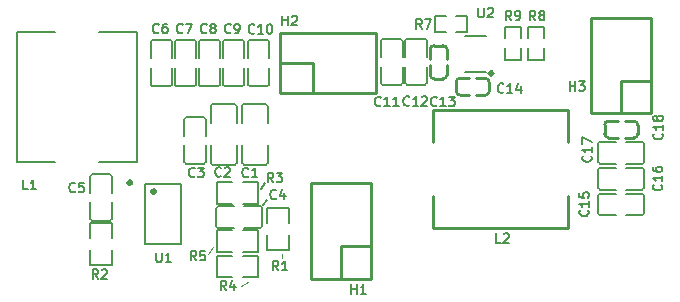
<source format=gto>
%TF.GenerationSoftware,KiCad,Pcbnew,8.0.5*%
%TF.CreationDate,2024-09-28T17:02:44+08:00*%
%TF.ProjectId,DCDC_power_24V-12V-5V,44434443-5f70-46f7-9765-725f3234562d,rev?*%
%TF.SameCoordinates,Original*%
%TF.FileFunction,Legend,Top*%
%TF.FilePolarity,Positive*%
%FSLAX46Y46*%
G04 Gerber Fmt 4.6, Leading zero omitted, Abs format (unit mm)*
G04 Created by KiCad (PCBNEW 8.0.5) date 2024-09-28 17:02:44*
%MOMM*%
%LPD*%
G01*
G04 APERTURE LIST*
%ADD10C,0.150000*%
%ADD11C,0.100000*%
%ADD12C,0.152500*%
%ADD13C,0.254000*%
%ADD14C,0.300000*%
G04 APERTURE END LIST*
D10*
X87344400Y-92922100D02*
X87684400Y-92462100D01*
D11*
X89144400Y-98792100D02*
X89174400Y-98412100D01*
X82924400Y-98422100D02*
X83334400Y-97852100D01*
D10*
X87514067Y-94323183D02*
X87914733Y-93901017D01*
D11*
X86244400Y-100792100D02*
X85664400Y-101122100D01*
D12*
X78705847Y-79679074D02*
X78667751Y-79717170D01*
X78667751Y-79717170D02*
X78553466Y-79755265D01*
X78553466Y-79755265D02*
X78477275Y-79755265D01*
X78477275Y-79755265D02*
X78362989Y-79717170D01*
X78362989Y-79717170D02*
X78286799Y-79640979D01*
X78286799Y-79640979D02*
X78248704Y-79564789D01*
X78248704Y-79564789D02*
X78210608Y-79412408D01*
X78210608Y-79412408D02*
X78210608Y-79298122D01*
X78210608Y-79298122D02*
X78248704Y-79145741D01*
X78248704Y-79145741D02*
X78286799Y-79069550D01*
X78286799Y-79069550D02*
X78362989Y-78993360D01*
X78362989Y-78993360D02*
X78477275Y-78955265D01*
X78477275Y-78955265D02*
X78553466Y-78955265D01*
X78553466Y-78955265D02*
X78667751Y-78993360D01*
X78667751Y-78993360D02*
X78705847Y-79031455D01*
X79391561Y-78955265D02*
X79239180Y-78955265D01*
X79239180Y-78955265D02*
X79162989Y-78993360D01*
X79162989Y-78993360D02*
X79124894Y-79031455D01*
X79124894Y-79031455D02*
X79048704Y-79145741D01*
X79048704Y-79145741D02*
X79010608Y-79298122D01*
X79010608Y-79298122D02*
X79010608Y-79602884D01*
X79010608Y-79602884D02*
X79048704Y-79679074D01*
X79048704Y-79679074D02*
X79086799Y-79717170D01*
X79086799Y-79717170D02*
X79162989Y-79755265D01*
X79162989Y-79755265D02*
X79315370Y-79755265D01*
X79315370Y-79755265D02*
X79391561Y-79717170D01*
X79391561Y-79717170D02*
X79429656Y-79679074D01*
X79429656Y-79679074D02*
X79467751Y-79602884D01*
X79467751Y-79602884D02*
X79467751Y-79412408D01*
X79467751Y-79412408D02*
X79429656Y-79336217D01*
X79429656Y-79336217D02*
X79391561Y-79298122D01*
X79391561Y-79298122D02*
X79315370Y-79260027D01*
X79315370Y-79260027D02*
X79162989Y-79260027D01*
X79162989Y-79260027D02*
X79086799Y-79298122D01*
X79086799Y-79298122D02*
X79048704Y-79336217D01*
X79048704Y-79336217D02*
X79010608Y-79412408D01*
X89175204Y-79096265D02*
X89175204Y-78296265D01*
X89175204Y-78677217D02*
X89632347Y-78677217D01*
X89632347Y-79096265D02*
X89632347Y-78296265D01*
X89975203Y-78372455D02*
X90013299Y-78334360D01*
X90013299Y-78334360D02*
X90089489Y-78296265D01*
X90089489Y-78296265D02*
X90279965Y-78296265D01*
X90279965Y-78296265D02*
X90356156Y-78334360D01*
X90356156Y-78334360D02*
X90394251Y-78372455D01*
X90394251Y-78372455D02*
X90432346Y-78448646D01*
X90432346Y-78448646D02*
X90432346Y-78524836D01*
X90432346Y-78524836D02*
X90394251Y-78639122D01*
X90394251Y-78639122D02*
X89937108Y-79096265D01*
X89937108Y-79096265D02*
X90432346Y-79096265D01*
X101002347Y-79386265D02*
X100735680Y-79005312D01*
X100545204Y-79386265D02*
X100545204Y-78586265D01*
X100545204Y-78586265D02*
X100849966Y-78586265D01*
X100849966Y-78586265D02*
X100926156Y-78624360D01*
X100926156Y-78624360D02*
X100964251Y-78662455D01*
X100964251Y-78662455D02*
X101002347Y-78738646D01*
X101002347Y-78738646D02*
X101002347Y-78852931D01*
X101002347Y-78852931D02*
X100964251Y-78929122D01*
X100964251Y-78929122D02*
X100926156Y-78967217D01*
X100926156Y-78967217D02*
X100849966Y-79005312D01*
X100849966Y-79005312D02*
X100545204Y-79005312D01*
X101269013Y-78586265D02*
X101802347Y-78586265D01*
X101802347Y-78586265D02*
X101459489Y-79386265D01*
X81762347Y-91850074D02*
X81724251Y-91888170D01*
X81724251Y-91888170D02*
X81609966Y-91926265D01*
X81609966Y-91926265D02*
X81533775Y-91926265D01*
X81533775Y-91926265D02*
X81419489Y-91888170D01*
X81419489Y-91888170D02*
X81343299Y-91811979D01*
X81343299Y-91811979D02*
X81305204Y-91735789D01*
X81305204Y-91735789D02*
X81267108Y-91583408D01*
X81267108Y-91583408D02*
X81267108Y-91469122D01*
X81267108Y-91469122D02*
X81305204Y-91316741D01*
X81305204Y-91316741D02*
X81343299Y-91240550D01*
X81343299Y-91240550D02*
X81419489Y-91164360D01*
X81419489Y-91164360D02*
X81533775Y-91126265D01*
X81533775Y-91126265D02*
X81609966Y-91126265D01*
X81609966Y-91126265D02*
X81724251Y-91164360D01*
X81724251Y-91164360D02*
X81762347Y-91202455D01*
X82029013Y-91126265D02*
X82524251Y-91126265D01*
X82524251Y-91126265D02*
X82257585Y-91431027D01*
X82257585Y-91431027D02*
X82371870Y-91431027D01*
X82371870Y-91431027D02*
X82448061Y-91469122D01*
X82448061Y-91469122D02*
X82486156Y-91507217D01*
X82486156Y-91507217D02*
X82524251Y-91583408D01*
X82524251Y-91583408D02*
X82524251Y-91773884D01*
X82524251Y-91773884D02*
X82486156Y-91850074D01*
X82486156Y-91850074D02*
X82448061Y-91888170D01*
X82448061Y-91888170D02*
X82371870Y-91926265D01*
X82371870Y-91926265D02*
X82143299Y-91926265D01*
X82143299Y-91926265D02*
X82067108Y-91888170D01*
X82067108Y-91888170D02*
X82029013Y-91850074D01*
X99942347Y-85830074D02*
X99904251Y-85868170D01*
X99904251Y-85868170D02*
X99789966Y-85906265D01*
X99789966Y-85906265D02*
X99713775Y-85906265D01*
X99713775Y-85906265D02*
X99599489Y-85868170D01*
X99599489Y-85868170D02*
X99523299Y-85791979D01*
X99523299Y-85791979D02*
X99485204Y-85715789D01*
X99485204Y-85715789D02*
X99447108Y-85563408D01*
X99447108Y-85563408D02*
X99447108Y-85449122D01*
X99447108Y-85449122D02*
X99485204Y-85296741D01*
X99485204Y-85296741D02*
X99523299Y-85220550D01*
X99523299Y-85220550D02*
X99599489Y-85144360D01*
X99599489Y-85144360D02*
X99713775Y-85106265D01*
X99713775Y-85106265D02*
X99789966Y-85106265D01*
X99789966Y-85106265D02*
X99904251Y-85144360D01*
X99904251Y-85144360D02*
X99942347Y-85182455D01*
X100704251Y-85906265D02*
X100247108Y-85906265D01*
X100475680Y-85906265D02*
X100475680Y-85106265D01*
X100475680Y-85106265D02*
X100399489Y-85220550D01*
X100399489Y-85220550D02*
X100323299Y-85296741D01*
X100323299Y-85296741D02*
X100247108Y-85334836D01*
X101009013Y-85182455D02*
X101047109Y-85144360D01*
X101047109Y-85144360D02*
X101123299Y-85106265D01*
X101123299Y-85106265D02*
X101313775Y-85106265D01*
X101313775Y-85106265D02*
X101389966Y-85144360D01*
X101389966Y-85144360D02*
X101428061Y-85182455D01*
X101428061Y-85182455D02*
X101466156Y-85258646D01*
X101466156Y-85258646D02*
X101466156Y-85334836D01*
X101466156Y-85334836D02*
X101428061Y-85449122D01*
X101428061Y-85449122D02*
X100970918Y-85906265D01*
X100970918Y-85906265D02*
X101466156Y-85906265D01*
X78515204Y-98336265D02*
X78515204Y-98983884D01*
X78515204Y-98983884D02*
X78553299Y-99060074D01*
X78553299Y-99060074D02*
X78591394Y-99098170D01*
X78591394Y-99098170D02*
X78667585Y-99136265D01*
X78667585Y-99136265D02*
X78819966Y-99136265D01*
X78819966Y-99136265D02*
X78896156Y-99098170D01*
X78896156Y-99098170D02*
X78934251Y-99060074D01*
X78934251Y-99060074D02*
X78972347Y-98983884D01*
X78972347Y-98983884D02*
X78972347Y-98336265D01*
X79772346Y-99136265D02*
X79315203Y-99136265D01*
X79543775Y-99136265D02*
X79543775Y-98336265D01*
X79543775Y-98336265D02*
X79467584Y-98450550D01*
X79467584Y-98450550D02*
X79391394Y-98526741D01*
X79391394Y-98526741D02*
X79315203Y-98564836D01*
X115062374Y-94734152D02*
X115100470Y-94772248D01*
X115100470Y-94772248D02*
X115138565Y-94886533D01*
X115138565Y-94886533D02*
X115138565Y-94962724D01*
X115138565Y-94962724D02*
X115100470Y-95077010D01*
X115100470Y-95077010D02*
X115024279Y-95153200D01*
X115024279Y-95153200D02*
X114948089Y-95191295D01*
X114948089Y-95191295D02*
X114795708Y-95229391D01*
X114795708Y-95229391D02*
X114681422Y-95229391D01*
X114681422Y-95229391D02*
X114529041Y-95191295D01*
X114529041Y-95191295D02*
X114452850Y-95153200D01*
X114452850Y-95153200D02*
X114376660Y-95077010D01*
X114376660Y-95077010D02*
X114338565Y-94962724D01*
X114338565Y-94962724D02*
X114338565Y-94886533D01*
X114338565Y-94886533D02*
X114376660Y-94772248D01*
X114376660Y-94772248D02*
X114414755Y-94734152D01*
X115138565Y-93972248D02*
X115138565Y-94429391D01*
X115138565Y-94200819D02*
X114338565Y-94200819D01*
X114338565Y-94200819D02*
X114452850Y-94277010D01*
X114452850Y-94277010D02*
X114529041Y-94353200D01*
X114529041Y-94353200D02*
X114567136Y-94429391D01*
X114338565Y-93248438D02*
X114338565Y-93629390D01*
X114338565Y-93629390D02*
X114719517Y-93667486D01*
X114719517Y-93667486D02*
X114681422Y-93629390D01*
X114681422Y-93629390D02*
X114643327Y-93553200D01*
X114643327Y-93553200D02*
X114643327Y-93362724D01*
X114643327Y-93362724D02*
X114681422Y-93286533D01*
X114681422Y-93286533D02*
X114719517Y-93248438D01*
X114719517Y-93248438D02*
X114795708Y-93210343D01*
X114795708Y-93210343D02*
X114986184Y-93210343D01*
X114986184Y-93210343D02*
X115062374Y-93248438D01*
X115062374Y-93248438D02*
X115100470Y-93286533D01*
X115100470Y-93286533D02*
X115138565Y-93362724D01*
X115138565Y-93362724D02*
X115138565Y-93553200D01*
X115138565Y-93553200D02*
X115100470Y-93629390D01*
X115100470Y-93629390D02*
X115062374Y-93667486D01*
X84432347Y-101516265D02*
X84165680Y-101135312D01*
X83975204Y-101516265D02*
X83975204Y-100716265D01*
X83975204Y-100716265D02*
X84279966Y-100716265D01*
X84279966Y-100716265D02*
X84356156Y-100754360D01*
X84356156Y-100754360D02*
X84394251Y-100792455D01*
X84394251Y-100792455D02*
X84432347Y-100868646D01*
X84432347Y-100868646D02*
X84432347Y-100982931D01*
X84432347Y-100982931D02*
X84394251Y-101059122D01*
X84394251Y-101059122D02*
X84356156Y-101097217D01*
X84356156Y-101097217D02*
X84279966Y-101135312D01*
X84279966Y-101135312D02*
X83975204Y-101135312D01*
X85118061Y-100982931D02*
X85118061Y-101516265D01*
X84927585Y-100678170D02*
X84737108Y-101249598D01*
X84737108Y-101249598D02*
X85232347Y-101249598D01*
X107912347Y-84720074D02*
X107874251Y-84758170D01*
X107874251Y-84758170D02*
X107759966Y-84796265D01*
X107759966Y-84796265D02*
X107683775Y-84796265D01*
X107683775Y-84796265D02*
X107569489Y-84758170D01*
X107569489Y-84758170D02*
X107493299Y-84681979D01*
X107493299Y-84681979D02*
X107455204Y-84605789D01*
X107455204Y-84605789D02*
X107417108Y-84453408D01*
X107417108Y-84453408D02*
X107417108Y-84339122D01*
X107417108Y-84339122D02*
X107455204Y-84186741D01*
X107455204Y-84186741D02*
X107493299Y-84110550D01*
X107493299Y-84110550D02*
X107569489Y-84034360D01*
X107569489Y-84034360D02*
X107683775Y-83996265D01*
X107683775Y-83996265D02*
X107759966Y-83996265D01*
X107759966Y-83996265D02*
X107874251Y-84034360D01*
X107874251Y-84034360D02*
X107912347Y-84072455D01*
X108674251Y-84796265D02*
X108217108Y-84796265D01*
X108445680Y-84796265D02*
X108445680Y-83996265D01*
X108445680Y-83996265D02*
X108369489Y-84110550D01*
X108369489Y-84110550D02*
X108293299Y-84186741D01*
X108293299Y-84186741D02*
X108217108Y-84224836D01*
X109359966Y-84262931D02*
X109359966Y-84796265D01*
X109169490Y-83958170D02*
X108979013Y-84529598D01*
X108979013Y-84529598D02*
X109474252Y-84529598D01*
X121322374Y-88254152D02*
X121360470Y-88292248D01*
X121360470Y-88292248D02*
X121398565Y-88406533D01*
X121398565Y-88406533D02*
X121398565Y-88482724D01*
X121398565Y-88482724D02*
X121360470Y-88597010D01*
X121360470Y-88597010D02*
X121284279Y-88673200D01*
X121284279Y-88673200D02*
X121208089Y-88711295D01*
X121208089Y-88711295D02*
X121055708Y-88749391D01*
X121055708Y-88749391D02*
X120941422Y-88749391D01*
X120941422Y-88749391D02*
X120789041Y-88711295D01*
X120789041Y-88711295D02*
X120712850Y-88673200D01*
X120712850Y-88673200D02*
X120636660Y-88597010D01*
X120636660Y-88597010D02*
X120598565Y-88482724D01*
X120598565Y-88482724D02*
X120598565Y-88406533D01*
X120598565Y-88406533D02*
X120636660Y-88292248D01*
X120636660Y-88292248D02*
X120674755Y-88254152D01*
X121398565Y-87492248D02*
X121398565Y-87949391D01*
X121398565Y-87720819D02*
X120598565Y-87720819D01*
X120598565Y-87720819D02*
X120712850Y-87797010D01*
X120712850Y-87797010D02*
X120789041Y-87873200D01*
X120789041Y-87873200D02*
X120827136Y-87949391D01*
X120941422Y-87035105D02*
X120903327Y-87111295D01*
X120903327Y-87111295D02*
X120865231Y-87149390D01*
X120865231Y-87149390D02*
X120789041Y-87187486D01*
X120789041Y-87187486D02*
X120750946Y-87187486D01*
X120750946Y-87187486D02*
X120674755Y-87149390D01*
X120674755Y-87149390D02*
X120636660Y-87111295D01*
X120636660Y-87111295D02*
X120598565Y-87035105D01*
X120598565Y-87035105D02*
X120598565Y-86882724D01*
X120598565Y-86882724D02*
X120636660Y-86806533D01*
X120636660Y-86806533D02*
X120674755Y-86768438D01*
X120674755Y-86768438D02*
X120750946Y-86730343D01*
X120750946Y-86730343D02*
X120789041Y-86730343D01*
X120789041Y-86730343D02*
X120865231Y-86768438D01*
X120865231Y-86768438D02*
X120903327Y-86806533D01*
X120903327Y-86806533D02*
X120941422Y-86882724D01*
X120941422Y-86882724D02*
X120941422Y-87035105D01*
X120941422Y-87035105D02*
X120979517Y-87111295D01*
X120979517Y-87111295D02*
X121017612Y-87149390D01*
X121017612Y-87149390D02*
X121093803Y-87187486D01*
X121093803Y-87187486D02*
X121246184Y-87187486D01*
X121246184Y-87187486D02*
X121322374Y-87149390D01*
X121322374Y-87149390D02*
X121360470Y-87111295D01*
X121360470Y-87111295D02*
X121398565Y-87035105D01*
X121398565Y-87035105D02*
X121398565Y-86882724D01*
X121398565Y-86882724D02*
X121360470Y-86806533D01*
X121360470Y-86806533D02*
X121322374Y-86768438D01*
X121322374Y-86768438D02*
X121246184Y-86730343D01*
X121246184Y-86730343D02*
X121093803Y-86730343D01*
X121093803Y-86730343D02*
X121017612Y-86768438D01*
X121017612Y-86768438D02*
X120979517Y-86806533D01*
X120979517Y-86806533D02*
X120941422Y-86882724D01*
X113525204Y-84636265D02*
X113525204Y-83836265D01*
X113525204Y-84217217D02*
X113982347Y-84217217D01*
X113982347Y-84636265D02*
X113982347Y-83836265D01*
X114287108Y-83836265D02*
X114782346Y-83836265D01*
X114782346Y-83836265D02*
X114515680Y-84141027D01*
X114515680Y-84141027D02*
X114629965Y-84141027D01*
X114629965Y-84141027D02*
X114706156Y-84179122D01*
X114706156Y-84179122D02*
X114744251Y-84217217D01*
X114744251Y-84217217D02*
X114782346Y-84293408D01*
X114782346Y-84293408D02*
X114782346Y-84483884D01*
X114782346Y-84483884D02*
X114744251Y-84560074D01*
X114744251Y-84560074D02*
X114706156Y-84598170D01*
X114706156Y-84598170D02*
X114629965Y-84636265D01*
X114629965Y-84636265D02*
X114401394Y-84636265D01*
X114401394Y-84636265D02*
X114325203Y-84598170D01*
X114325203Y-84598170D02*
X114287108Y-84560074D01*
X73612347Y-100536265D02*
X73345680Y-100155312D01*
X73155204Y-100536265D02*
X73155204Y-99736265D01*
X73155204Y-99736265D02*
X73459966Y-99736265D01*
X73459966Y-99736265D02*
X73536156Y-99774360D01*
X73536156Y-99774360D02*
X73574251Y-99812455D01*
X73574251Y-99812455D02*
X73612347Y-99888646D01*
X73612347Y-99888646D02*
X73612347Y-100002931D01*
X73612347Y-100002931D02*
X73574251Y-100079122D01*
X73574251Y-100079122D02*
X73536156Y-100117217D01*
X73536156Y-100117217D02*
X73459966Y-100155312D01*
X73459966Y-100155312D02*
X73155204Y-100155312D01*
X73917108Y-99812455D02*
X73955204Y-99774360D01*
X73955204Y-99774360D02*
X74031394Y-99736265D01*
X74031394Y-99736265D02*
X74221870Y-99736265D01*
X74221870Y-99736265D02*
X74298061Y-99774360D01*
X74298061Y-99774360D02*
X74336156Y-99812455D01*
X74336156Y-99812455D02*
X74374251Y-99888646D01*
X74374251Y-99888646D02*
X74374251Y-99964836D01*
X74374251Y-99964836D02*
X74336156Y-100079122D01*
X74336156Y-100079122D02*
X73879013Y-100536265D01*
X73879013Y-100536265D02*
X74374251Y-100536265D01*
X105795204Y-77616265D02*
X105795204Y-78263884D01*
X105795204Y-78263884D02*
X105833299Y-78340074D01*
X105833299Y-78340074D02*
X105871394Y-78378170D01*
X105871394Y-78378170D02*
X105947585Y-78416265D01*
X105947585Y-78416265D02*
X106099966Y-78416265D01*
X106099966Y-78416265D02*
X106176156Y-78378170D01*
X106176156Y-78378170D02*
X106214251Y-78340074D01*
X106214251Y-78340074D02*
X106252347Y-78263884D01*
X106252347Y-78263884D02*
X106252347Y-77616265D01*
X106595203Y-77692455D02*
X106633299Y-77654360D01*
X106633299Y-77654360D02*
X106709489Y-77616265D01*
X106709489Y-77616265D02*
X106899965Y-77616265D01*
X106899965Y-77616265D02*
X106976156Y-77654360D01*
X106976156Y-77654360D02*
X107014251Y-77692455D01*
X107014251Y-77692455D02*
X107052346Y-77768646D01*
X107052346Y-77768646D02*
X107052346Y-77844836D01*
X107052346Y-77844836D02*
X107014251Y-77959122D01*
X107014251Y-77959122D02*
X106557108Y-78416265D01*
X106557108Y-78416265D02*
X107052346Y-78416265D01*
X97522347Y-85850074D02*
X97484251Y-85888170D01*
X97484251Y-85888170D02*
X97369966Y-85926265D01*
X97369966Y-85926265D02*
X97293775Y-85926265D01*
X97293775Y-85926265D02*
X97179489Y-85888170D01*
X97179489Y-85888170D02*
X97103299Y-85811979D01*
X97103299Y-85811979D02*
X97065204Y-85735789D01*
X97065204Y-85735789D02*
X97027108Y-85583408D01*
X97027108Y-85583408D02*
X97027108Y-85469122D01*
X97027108Y-85469122D02*
X97065204Y-85316741D01*
X97065204Y-85316741D02*
X97103299Y-85240550D01*
X97103299Y-85240550D02*
X97179489Y-85164360D01*
X97179489Y-85164360D02*
X97293775Y-85126265D01*
X97293775Y-85126265D02*
X97369966Y-85126265D01*
X97369966Y-85126265D02*
X97484251Y-85164360D01*
X97484251Y-85164360D02*
X97522347Y-85202455D01*
X98284251Y-85926265D02*
X97827108Y-85926265D01*
X98055680Y-85926265D02*
X98055680Y-85126265D01*
X98055680Y-85126265D02*
X97979489Y-85240550D01*
X97979489Y-85240550D02*
X97903299Y-85316741D01*
X97903299Y-85316741D02*
X97827108Y-85354836D01*
X99046156Y-85926265D02*
X98589013Y-85926265D01*
X98817585Y-85926265D02*
X98817585Y-85126265D01*
X98817585Y-85126265D02*
X98741394Y-85240550D01*
X98741394Y-85240550D02*
X98665204Y-85316741D01*
X98665204Y-85316741D02*
X98589013Y-85354836D01*
X82769847Y-79679074D02*
X82731751Y-79717170D01*
X82731751Y-79717170D02*
X82617466Y-79755265D01*
X82617466Y-79755265D02*
X82541275Y-79755265D01*
X82541275Y-79755265D02*
X82426989Y-79717170D01*
X82426989Y-79717170D02*
X82350799Y-79640979D01*
X82350799Y-79640979D02*
X82312704Y-79564789D01*
X82312704Y-79564789D02*
X82274608Y-79412408D01*
X82274608Y-79412408D02*
X82274608Y-79298122D01*
X82274608Y-79298122D02*
X82312704Y-79145741D01*
X82312704Y-79145741D02*
X82350799Y-79069550D01*
X82350799Y-79069550D02*
X82426989Y-78993360D01*
X82426989Y-78993360D02*
X82541275Y-78955265D01*
X82541275Y-78955265D02*
X82617466Y-78955265D01*
X82617466Y-78955265D02*
X82731751Y-78993360D01*
X82731751Y-78993360D02*
X82769847Y-79031455D01*
X83226989Y-79298122D02*
X83150799Y-79260027D01*
X83150799Y-79260027D02*
X83112704Y-79221931D01*
X83112704Y-79221931D02*
X83074608Y-79145741D01*
X83074608Y-79145741D02*
X83074608Y-79107646D01*
X83074608Y-79107646D02*
X83112704Y-79031455D01*
X83112704Y-79031455D02*
X83150799Y-78993360D01*
X83150799Y-78993360D02*
X83226989Y-78955265D01*
X83226989Y-78955265D02*
X83379370Y-78955265D01*
X83379370Y-78955265D02*
X83455561Y-78993360D01*
X83455561Y-78993360D02*
X83493656Y-79031455D01*
X83493656Y-79031455D02*
X83531751Y-79107646D01*
X83531751Y-79107646D02*
X83531751Y-79145741D01*
X83531751Y-79145741D02*
X83493656Y-79221931D01*
X83493656Y-79221931D02*
X83455561Y-79260027D01*
X83455561Y-79260027D02*
X83379370Y-79298122D01*
X83379370Y-79298122D02*
X83226989Y-79298122D01*
X83226989Y-79298122D02*
X83150799Y-79336217D01*
X83150799Y-79336217D02*
X83112704Y-79374312D01*
X83112704Y-79374312D02*
X83074608Y-79450503D01*
X83074608Y-79450503D02*
X83074608Y-79602884D01*
X83074608Y-79602884D02*
X83112704Y-79679074D01*
X83112704Y-79679074D02*
X83150799Y-79717170D01*
X83150799Y-79717170D02*
X83226989Y-79755265D01*
X83226989Y-79755265D02*
X83379370Y-79755265D01*
X83379370Y-79755265D02*
X83455561Y-79717170D01*
X83455561Y-79717170D02*
X83493656Y-79679074D01*
X83493656Y-79679074D02*
X83531751Y-79602884D01*
X83531751Y-79602884D02*
X83531751Y-79450503D01*
X83531751Y-79450503D02*
X83493656Y-79374312D01*
X83493656Y-79374312D02*
X83455561Y-79336217D01*
X83455561Y-79336217D02*
X83379370Y-79298122D01*
X110622347Y-78656265D02*
X110355680Y-78275312D01*
X110165204Y-78656265D02*
X110165204Y-77856265D01*
X110165204Y-77856265D02*
X110469966Y-77856265D01*
X110469966Y-77856265D02*
X110546156Y-77894360D01*
X110546156Y-77894360D02*
X110584251Y-77932455D01*
X110584251Y-77932455D02*
X110622347Y-78008646D01*
X110622347Y-78008646D02*
X110622347Y-78122931D01*
X110622347Y-78122931D02*
X110584251Y-78199122D01*
X110584251Y-78199122D02*
X110546156Y-78237217D01*
X110546156Y-78237217D02*
X110469966Y-78275312D01*
X110469966Y-78275312D02*
X110165204Y-78275312D01*
X111079489Y-78199122D02*
X111003299Y-78161027D01*
X111003299Y-78161027D02*
X110965204Y-78122931D01*
X110965204Y-78122931D02*
X110927108Y-78046741D01*
X110927108Y-78046741D02*
X110927108Y-78008646D01*
X110927108Y-78008646D02*
X110965204Y-77932455D01*
X110965204Y-77932455D02*
X111003299Y-77894360D01*
X111003299Y-77894360D02*
X111079489Y-77856265D01*
X111079489Y-77856265D02*
X111231870Y-77856265D01*
X111231870Y-77856265D02*
X111308061Y-77894360D01*
X111308061Y-77894360D02*
X111346156Y-77932455D01*
X111346156Y-77932455D02*
X111384251Y-78008646D01*
X111384251Y-78008646D02*
X111384251Y-78046741D01*
X111384251Y-78046741D02*
X111346156Y-78122931D01*
X111346156Y-78122931D02*
X111308061Y-78161027D01*
X111308061Y-78161027D02*
X111231870Y-78199122D01*
X111231870Y-78199122D02*
X111079489Y-78199122D01*
X111079489Y-78199122D02*
X111003299Y-78237217D01*
X111003299Y-78237217D02*
X110965204Y-78275312D01*
X110965204Y-78275312D02*
X110927108Y-78351503D01*
X110927108Y-78351503D02*
X110927108Y-78503884D01*
X110927108Y-78503884D02*
X110965204Y-78580074D01*
X110965204Y-78580074D02*
X111003299Y-78618170D01*
X111003299Y-78618170D02*
X111079489Y-78656265D01*
X111079489Y-78656265D02*
X111231870Y-78656265D01*
X111231870Y-78656265D02*
X111308061Y-78618170D01*
X111308061Y-78618170D02*
X111346156Y-78580074D01*
X111346156Y-78580074D02*
X111384251Y-78503884D01*
X111384251Y-78503884D02*
X111384251Y-78351503D01*
X111384251Y-78351503D02*
X111346156Y-78275312D01*
X111346156Y-78275312D02*
X111308061Y-78237217D01*
X111308061Y-78237217D02*
X111231870Y-78199122D01*
X121282374Y-92564152D02*
X121320470Y-92602248D01*
X121320470Y-92602248D02*
X121358565Y-92716533D01*
X121358565Y-92716533D02*
X121358565Y-92792724D01*
X121358565Y-92792724D02*
X121320470Y-92907010D01*
X121320470Y-92907010D02*
X121244279Y-92983200D01*
X121244279Y-92983200D02*
X121168089Y-93021295D01*
X121168089Y-93021295D02*
X121015708Y-93059391D01*
X121015708Y-93059391D02*
X120901422Y-93059391D01*
X120901422Y-93059391D02*
X120749041Y-93021295D01*
X120749041Y-93021295D02*
X120672850Y-92983200D01*
X120672850Y-92983200D02*
X120596660Y-92907010D01*
X120596660Y-92907010D02*
X120558565Y-92792724D01*
X120558565Y-92792724D02*
X120558565Y-92716533D01*
X120558565Y-92716533D02*
X120596660Y-92602248D01*
X120596660Y-92602248D02*
X120634755Y-92564152D01*
X121358565Y-91802248D02*
X121358565Y-92259391D01*
X121358565Y-92030819D02*
X120558565Y-92030819D01*
X120558565Y-92030819D02*
X120672850Y-92107010D01*
X120672850Y-92107010D02*
X120749041Y-92183200D01*
X120749041Y-92183200D02*
X120787136Y-92259391D01*
X120558565Y-91116533D02*
X120558565Y-91268914D01*
X120558565Y-91268914D02*
X120596660Y-91345105D01*
X120596660Y-91345105D02*
X120634755Y-91383200D01*
X120634755Y-91383200D02*
X120749041Y-91459390D01*
X120749041Y-91459390D02*
X120901422Y-91497486D01*
X120901422Y-91497486D02*
X121206184Y-91497486D01*
X121206184Y-91497486D02*
X121282374Y-91459390D01*
X121282374Y-91459390D02*
X121320470Y-91421295D01*
X121320470Y-91421295D02*
X121358565Y-91345105D01*
X121358565Y-91345105D02*
X121358565Y-91192724D01*
X121358565Y-91192724D02*
X121320470Y-91116533D01*
X121320470Y-91116533D02*
X121282374Y-91078438D01*
X121282374Y-91078438D02*
X121206184Y-91040343D01*
X121206184Y-91040343D02*
X121015708Y-91040343D01*
X121015708Y-91040343D02*
X120939517Y-91078438D01*
X120939517Y-91078438D02*
X120901422Y-91116533D01*
X120901422Y-91116533D02*
X120863327Y-91192724D01*
X120863327Y-91192724D02*
X120863327Y-91345105D01*
X120863327Y-91345105D02*
X120901422Y-91421295D01*
X120901422Y-91421295D02*
X120939517Y-91459390D01*
X120939517Y-91459390D02*
X121015708Y-91497486D01*
X84822347Y-79680074D02*
X84784251Y-79718170D01*
X84784251Y-79718170D02*
X84669966Y-79756265D01*
X84669966Y-79756265D02*
X84593775Y-79756265D01*
X84593775Y-79756265D02*
X84479489Y-79718170D01*
X84479489Y-79718170D02*
X84403299Y-79641979D01*
X84403299Y-79641979D02*
X84365204Y-79565789D01*
X84365204Y-79565789D02*
X84327108Y-79413408D01*
X84327108Y-79413408D02*
X84327108Y-79299122D01*
X84327108Y-79299122D02*
X84365204Y-79146741D01*
X84365204Y-79146741D02*
X84403299Y-79070550D01*
X84403299Y-79070550D02*
X84479489Y-78994360D01*
X84479489Y-78994360D02*
X84593775Y-78956265D01*
X84593775Y-78956265D02*
X84669966Y-78956265D01*
X84669966Y-78956265D02*
X84784251Y-78994360D01*
X84784251Y-78994360D02*
X84822347Y-79032455D01*
X85203299Y-79756265D02*
X85355680Y-79756265D01*
X85355680Y-79756265D02*
X85431870Y-79718170D01*
X85431870Y-79718170D02*
X85469966Y-79680074D01*
X85469966Y-79680074D02*
X85546156Y-79565789D01*
X85546156Y-79565789D02*
X85584251Y-79413408D01*
X85584251Y-79413408D02*
X85584251Y-79108646D01*
X85584251Y-79108646D02*
X85546156Y-79032455D01*
X85546156Y-79032455D02*
X85508061Y-78994360D01*
X85508061Y-78994360D02*
X85431870Y-78956265D01*
X85431870Y-78956265D02*
X85279489Y-78956265D01*
X85279489Y-78956265D02*
X85203299Y-78994360D01*
X85203299Y-78994360D02*
X85165204Y-79032455D01*
X85165204Y-79032455D02*
X85127108Y-79108646D01*
X85127108Y-79108646D02*
X85127108Y-79299122D01*
X85127108Y-79299122D02*
X85165204Y-79375312D01*
X85165204Y-79375312D02*
X85203299Y-79413408D01*
X85203299Y-79413408D02*
X85279489Y-79451503D01*
X85279489Y-79451503D02*
X85431870Y-79451503D01*
X85431870Y-79451503D02*
X85508061Y-79413408D01*
X85508061Y-79413408D02*
X85546156Y-79375312D01*
X85546156Y-79375312D02*
X85584251Y-79299122D01*
D10*
X107694512Y-97496395D02*
X107313560Y-97496395D01*
X107313560Y-97496395D02*
X107313560Y-96696395D01*
X107923083Y-96772585D02*
X107961179Y-96734490D01*
X107961179Y-96734490D02*
X108037369Y-96696395D01*
X108037369Y-96696395D02*
X108227845Y-96696395D01*
X108227845Y-96696395D02*
X108304036Y-96734490D01*
X108304036Y-96734490D02*
X108342131Y-96772585D01*
X108342131Y-96772585D02*
X108380226Y-96848776D01*
X108380226Y-96848776D02*
X108380226Y-96924966D01*
X108380226Y-96924966D02*
X108342131Y-97039252D01*
X108342131Y-97039252D02*
X107884988Y-97496395D01*
X107884988Y-97496395D02*
X108380226Y-97496395D01*
D12*
X80737847Y-79679074D02*
X80699751Y-79717170D01*
X80699751Y-79717170D02*
X80585466Y-79755265D01*
X80585466Y-79755265D02*
X80509275Y-79755265D01*
X80509275Y-79755265D02*
X80394989Y-79717170D01*
X80394989Y-79717170D02*
X80318799Y-79640979D01*
X80318799Y-79640979D02*
X80280704Y-79564789D01*
X80280704Y-79564789D02*
X80242608Y-79412408D01*
X80242608Y-79412408D02*
X80242608Y-79298122D01*
X80242608Y-79298122D02*
X80280704Y-79145741D01*
X80280704Y-79145741D02*
X80318799Y-79069550D01*
X80318799Y-79069550D02*
X80394989Y-78993360D01*
X80394989Y-78993360D02*
X80509275Y-78955265D01*
X80509275Y-78955265D02*
X80585466Y-78955265D01*
X80585466Y-78955265D02*
X80699751Y-78993360D01*
X80699751Y-78993360D02*
X80737847Y-79031455D01*
X81004513Y-78955265D02*
X81537847Y-78955265D01*
X81537847Y-78955265D02*
X81194989Y-79755265D01*
D10*
X67654512Y-92966395D02*
X67273560Y-92966395D01*
X67273560Y-92966395D02*
X67273560Y-92166395D01*
X68340226Y-92966395D02*
X67883083Y-92966395D01*
X68111655Y-92966395D02*
X68111655Y-92166395D01*
X68111655Y-92166395D02*
X68035464Y-92280680D01*
X68035464Y-92280680D02*
X67959274Y-92356871D01*
X67959274Y-92356871D02*
X67883083Y-92394966D01*
D12*
X81882347Y-98996265D02*
X81615680Y-98615312D01*
X81425204Y-98996265D02*
X81425204Y-98196265D01*
X81425204Y-98196265D02*
X81729966Y-98196265D01*
X81729966Y-98196265D02*
X81806156Y-98234360D01*
X81806156Y-98234360D02*
X81844251Y-98272455D01*
X81844251Y-98272455D02*
X81882347Y-98348646D01*
X81882347Y-98348646D02*
X81882347Y-98462931D01*
X81882347Y-98462931D02*
X81844251Y-98539122D01*
X81844251Y-98539122D02*
X81806156Y-98577217D01*
X81806156Y-98577217D02*
X81729966Y-98615312D01*
X81729966Y-98615312D02*
X81425204Y-98615312D01*
X82606156Y-98196265D02*
X82225204Y-98196265D01*
X82225204Y-98196265D02*
X82187108Y-98577217D01*
X82187108Y-98577217D02*
X82225204Y-98539122D01*
X82225204Y-98539122D02*
X82301394Y-98501027D01*
X82301394Y-98501027D02*
X82491870Y-98501027D01*
X82491870Y-98501027D02*
X82568061Y-98539122D01*
X82568061Y-98539122D02*
X82606156Y-98577217D01*
X82606156Y-98577217D02*
X82644251Y-98653408D01*
X82644251Y-98653408D02*
X82644251Y-98843884D01*
X82644251Y-98843884D02*
X82606156Y-98920074D01*
X82606156Y-98920074D02*
X82568061Y-98958170D01*
X82568061Y-98958170D02*
X82491870Y-98996265D01*
X82491870Y-98996265D02*
X82301394Y-98996265D01*
X82301394Y-98996265D02*
X82225204Y-98958170D01*
X82225204Y-98958170D02*
X82187108Y-98920074D01*
X84002347Y-91820074D02*
X83964251Y-91858170D01*
X83964251Y-91858170D02*
X83849966Y-91896265D01*
X83849966Y-91896265D02*
X83773775Y-91896265D01*
X83773775Y-91896265D02*
X83659489Y-91858170D01*
X83659489Y-91858170D02*
X83583299Y-91781979D01*
X83583299Y-91781979D02*
X83545204Y-91705789D01*
X83545204Y-91705789D02*
X83507108Y-91553408D01*
X83507108Y-91553408D02*
X83507108Y-91439122D01*
X83507108Y-91439122D02*
X83545204Y-91286741D01*
X83545204Y-91286741D02*
X83583299Y-91210550D01*
X83583299Y-91210550D02*
X83659489Y-91134360D01*
X83659489Y-91134360D02*
X83773775Y-91096265D01*
X83773775Y-91096265D02*
X83849966Y-91096265D01*
X83849966Y-91096265D02*
X83964251Y-91134360D01*
X83964251Y-91134360D02*
X84002347Y-91172455D01*
X84307108Y-91172455D02*
X84345204Y-91134360D01*
X84345204Y-91134360D02*
X84421394Y-91096265D01*
X84421394Y-91096265D02*
X84611870Y-91096265D01*
X84611870Y-91096265D02*
X84688061Y-91134360D01*
X84688061Y-91134360D02*
X84726156Y-91172455D01*
X84726156Y-91172455D02*
X84764251Y-91248646D01*
X84764251Y-91248646D02*
X84764251Y-91324836D01*
X84764251Y-91324836D02*
X84726156Y-91439122D01*
X84726156Y-91439122D02*
X84269013Y-91896265D01*
X84269013Y-91896265D02*
X84764251Y-91896265D01*
X86302347Y-91870074D02*
X86264251Y-91908170D01*
X86264251Y-91908170D02*
X86149966Y-91946265D01*
X86149966Y-91946265D02*
X86073775Y-91946265D01*
X86073775Y-91946265D02*
X85959489Y-91908170D01*
X85959489Y-91908170D02*
X85883299Y-91831979D01*
X85883299Y-91831979D02*
X85845204Y-91755789D01*
X85845204Y-91755789D02*
X85807108Y-91603408D01*
X85807108Y-91603408D02*
X85807108Y-91489122D01*
X85807108Y-91489122D02*
X85845204Y-91336741D01*
X85845204Y-91336741D02*
X85883299Y-91260550D01*
X85883299Y-91260550D02*
X85959489Y-91184360D01*
X85959489Y-91184360D02*
X86073775Y-91146265D01*
X86073775Y-91146265D02*
X86149966Y-91146265D01*
X86149966Y-91146265D02*
X86264251Y-91184360D01*
X86264251Y-91184360D02*
X86302347Y-91222455D01*
X87064251Y-91946265D02*
X86607108Y-91946265D01*
X86835680Y-91946265D02*
X86835680Y-91146265D01*
X86835680Y-91146265D02*
X86759489Y-91260550D01*
X86759489Y-91260550D02*
X86683299Y-91336741D01*
X86683299Y-91336741D02*
X86607108Y-91374836D01*
X108592347Y-78636265D02*
X108325680Y-78255312D01*
X108135204Y-78636265D02*
X108135204Y-77836265D01*
X108135204Y-77836265D02*
X108439966Y-77836265D01*
X108439966Y-77836265D02*
X108516156Y-77874360D01*
X108516156Y-77874360D02*
X108554251Y-77912455D01*
X108554251Y-77912455D02*
X108592347Y-77988646D01*
X108592347Y-77988646D02*
X108592347Y-78102931D01*
X108592347Y-78102931D02*
X108554251Y-78179122D01*
X108554251Y-78179122D02*
X108516156Y-78217217D01*
X108516156Y-78217217D02*
X108439966Y-78255312D01*
X108439966Y-78255312D02*
X108135204Y-78255312D01*
X108973299Y-78636265D02*
X109125680Y-78636265D01*
X109125680Y-78636265D02*
X109201870Y-78598170D01*
X109201870Y-78598170D02*
X109239966Y-78560074D01*
X109239966Y-78560074D02*
X109316156Y-78445789D01*
X109316156Y-78445789D02*
X109354251Y-78293408D01*
X109354251Y-78293408D02*
X109354251Y-77988646D01*
X109354251Y-77988646D02*
X109316156Y-77912455D01*
X109316156Y-77912455D02*
X109278061Y-77874360D01*
X109278061Y-77874360D02*
X109201870Y-77836265D01*
X109201870Y-77836265D02*
X109049489Y-77836265D01*
X109049489Y-77836265D02*
X108973299Y-77874360D01*
X108973299Y-77874360D02*
X108935204Y-77912455D01*
X108935204Y-77912455D02*
X108897108Y-77988646D01*
X108897108Y-77988646D02*
X108897108Y-78179122D01*
X108897108Y-78179122D02*
X108935204Y-78255312D01*
X108935204Y-78255312D02*
X108973299Y-78293408D01*
X108973299Y-78293408D02*
X109049489Y-78331503D01*
X109049489Y-78331503D02*
X109201870Y-78331503D01*
X109201870Y-78331503D02*
X109278061Y-78293408D01*
X109278061Y-78293408D02*
X109316156Y-78255312D01*
X109316156Y-78255312D02*
X109354251Y-78179122D01*
X102252347Y-85850074D02*
X102214251Y-85888170D01*
X102214251Y-85888170D02*
X102099966Y-85926265D01*
X102099966Y-85926265D02*
X102023775Y-85926265D01*
X102023775Y-85926265D02*
X101909489Y-85888170D01*
X101909489Y-85888170D02*
X101833299Y-85811979D01*
X101833299Y-85811979D02*
X101795204Y-85735789D01*
X101795204Y-85735789D02*
X101757108Y-85583408D01*
X101757108Y-85583408D02*
X101757108Y-85469122D01*
X101757108Y-85469122D02*
X101795204Y-85316741D01*
X101795204Y-85316741D02*
X101833299Y-85240550D01*
X101833299Y-85240550D02*
X101909489Y-85164360D01*
X101909489Y-85164360D02*
X102023775Y-85126265D01*
X102023775Y-85126265D02*
X102099966Y-85126265D01*
X102099966Y-85126265D02*
X102214251Y-85164360D01*
X102214251Y-85164360D02*
X102252347Y-85202455D01*
X103014251Y-85926265D02*
X102557108Y-85926265D01*
X102785680Y-85926265D02*
X102785680Y-85126265D01*
X102785680Y-85126265D02*
X102709489Y-85240550D01*
X102709489Y-85240550D02*
X102633299Y-85316741D01*
X102633299Y-85316741D02*
X102557108Y-85354836D01*
X103280918Y-85126265D02*
X103776156Y-85126265D01*
X103776156Y-85126265D02*
X103509490Y-85431027D01*
X103509490Y-85431027D02*
X103623775Y-85431027D01*
X103623775Y-85431027D02*
X103699966Y-85469122D01*
X103699966Y-85469122D02*
X103738061Y-85507217D01*
X103738061Y-85507217D02*
X103776156Y-85583408D01*
X103776156Y-85583408D02*
X103776156Y-85773884D01*
X103776156Y-85773884D02*
X103738061Y-85850074D01*
X103738061Y-85850074D02*
X103699966Y-85888170D01*
X103699966Y-85888170D02*
X103623775Y-85926265D01*
X103623775Y-85926265D02*
X103395204Y-85926265D01*
X103395204Y-85926265D02*
X103319013Y-85888170D01*
X103319013Y-85888170D02*
X103280918Y-85850074D01*
X86822347Y-79710074D02*
X86784251Y-79748170D01*
X86784251Y-79748170D02*
X86669966Y-79786265D01*
X86669966Y-79786265D02*
X86593775Y-79786265D01*
X86593775Y-79786265D02*
X86479489Y-79748170D01*
X86479489Y-79748170D02*
X86403299Y-79671979D01*
X86403299Y-79671979D02*
X86365204Y-79595789D01*
X86365204Y-79595789D02*
X86327108Y-79443408D01*
X86327108Y-79443408D02*
X86327108Y-79329122D01*
X86327108Y-79329122D02*
X86365204Y-79176741D01*
X86365204Y-79176741D02*
X86403299Y-79100550D01*
X86403299Y-79100550D02*
X86479489Y-79024360D01*
X86479489Y-79024360D02*
X86593775Y-78986265D01*
X86593775Y-78986265D02*
X86669966Y-78986265D01*
X86669966Y-78986265D02*
X86784251Y-79024360D01*
X86784251Y-79024360D02*
X86822347Y-79062455D01*
X87584251Y-79786265D02*
X87127108Y-79786265D01*
X87355680Y-79786265D02*
X87355680Y-78986265D01*
X87355680Y-78986265D02*
X87279489Y-79100550D01*
X87279489Y-79100550D02*
X87203299Y-79176741D01*
X87203299Y-79176741D02*
X87127108Y-79214836D01*
X88079490Y-78986265D02*
X88155680Y-78986265D01*
X88155680Y-78986265D02*
X88231871Y-79024360D01*
X88231871Y-79024360D02*
X88269966Y-79062455D01*
X88269966Y-79062455D02*
X88308061Y-79138646D01*
X88308061Y-79138646D02*
X88346156Y-79291027D01*
X88346156Y-79291027D02*
X88346156Y-79481503D01*
X88346156Y-79481503D02*
X88308061Y-79633884D01*
X88308061Y-79633884D02*
X88269966Y-79710074D01*
X88269966Y-79710074D02*
X88231871Y-79748170D01*
X88231871Y-79748170D02*
X88155680Y-79786265D01*
X88155680Y-79786265D02*
X88079490Y-79786265D01*
X88079490Y-79786265D02*
X88003299Y-79748170D01*
X88003299Y-79748170D02*
X87965204Y-79710074D01*
X87965204Y-79710074D02*
X87927109Y-79633884D01*
X87927109Y-79633884D02*
X87889013Y-79481503D01*
X87889013Y-79481503D02*
X87889013Y-79291027D01*
X87889013Y-79291027D02*
X87927109Y-79138646D01*
X87927109Y-79138646D02*
X87965204Y-79062455D01*
X87965204Y-79062455D02*
X88003299Y-79024360D01*
X88003299Y-79024360D02*
X88079490Y-78986265D01*
X88432347Y-92356265D02*
X88165680Y-91975312D01*
X87975204Y-92356265D02*
X87975204Y-91556265D01*
X87975204Y-91556265D02*
X88279966Y-91556265D01*
X88279966Y-91556265D02*
X88356156Y-91594360D01*
X88356156Y-91594360D02*
X88394251Y-91632455D01*
X88394251Y-91632455D02*
X88432347Y-91708646D01*
X88432347Y-91708646D02*
X88432347Y-91822931D01*
X88432347Y-91822931D02*
X88394251Y-91899122D01*
X88394251Y-91899122D02*
X88356156Y-91937217D01*
X88356156Y-91937217D02*
X88279966Y-91975312D01*
X88279966Y-91975312D02*
X87975204Y-91975312D01*
X88699013Y-91556265D02*
X89194251Y-91556265D01*
X89194251Y-91556265D02*
X88927585Y-91861027D01*
X88927585Y-91861027D02*
X89041870Y-91861027D01*
X89041870Y-91861027D02*
X89118061Y-91899122D01*
X89118061Y-91899122D02*
X89156156Y-91937217D01*
X89156156Y-91937217D02*
X89194251Y-92013408D01*
X89194251Y-92013408D02*
X89194251Y-92203884D01*
X89194251Y-92203884D02*
X89156156Y-92280074D01*
X89156156Y-92280074D02*
X89118061Y-92318170D01*
X89118061Y-92318170D02*
X89041870Y-92356265D01*
X89041870Y-92356265D02*
X88813299Y-92356265D01*
X88813299Y-92356265D02*
X88737108Y-92318170D01*
X88737108Y-92318170D02*
X88699013Y-92280074D01*
X115312374Y-90144152D02*
X115350470Y-90182248D01*
X115350470Y-90182248D02*
X115388565Y-90296533D01*
X115388565Y-90296533D02*
X115388565Y-90372724D01*
X115388565Y-90372724D02*
X115350470Y-90487010D01*
X115350470Y-90487010D02*
X115274279Y-90563200D01*
X115274279Y-90563200D02*
X115198089Y-90601295D01*
X115198089Y-90601295D02*
X115045708Y-90639391D01*
X115045708Y-90639391D02*
X114931422Y-90639391D01*
X114931422Y-90639391D02*
X114779041Y-90601295D01*
X114779041Y-90601295D02*
X114702850Y-90563200D01*
X114702850Y-90563200D02*
X114626660Y-90487010D01*
X114626660Y-90487010D02*
X114588565Y-90372724D01*
X114588565Y-90372724D02*
X114588565Y-90296533D01*
X114588565Y-90296533D02*
X114626660Y-90182248D01*
X114626660Y-90182248D02*
X114664755Y-90144152D01*
X115388565Y-89382248D02*
X115388565Y-89839391D01*
X115388565Y-89610819D02*
X114588565Y-89610819D01*
X114588565Y-89610819D02*
X114702850Y-89687010D01*
X114702850Y-89687010D02*
X114779041Y-89763200D01*
X114779041Y-89763200D02*
X114817136Y-89839391D01*
X114588565Y-89115581D02*
X114588565Y-88582247D01*
X114588565Y-88582247D02*
X115388565Y-88925105D01*
X88862347Y-99836265D02*
X88595680Y-99455312D01*
X88405204Y-99836265D02*
X88405204Y-99036265D01*
X88405204Y-99036265D02*
X88709966Y-99036265D01*
X88709966Y-99036265D02*
X88786156Y-99074360D01*
X88786156Y-99074360D02*
X88824251Y-99112455D01*
X88824251Y-99112455D02*
X88862347Y-99188646D01*
X88862347Y-99188646D02*
X88862347Y-99302931D01*
X88862347Y-99302931D02*
X88824251Y-99379122D01*
X88824251Y-99379122D02*
X88786156Y-99417217D01*
X88786156Y-99417217D02*
X88709966Y-99455312D01*
X88709966Y-99455312D02*
X88405204Y-99455312D01*
X89624251Y-99836265D02*
X89167108Y-99836265D01*
X89395680Y-99836265D02*
X89395680Y-99036265D01*
X89395680Y-99036265D02*
X89319489Y-99150550D01*
X89319489Y-99150550D02*
X89243299Y-99226741D01*
X89243299Y-99226741D02*
X89167108Y-99264836D01*
X88662680Y-93718991D02*
X88624584Y-93757087D01*
X88624584Y-93757087D02*
X88510299Y-93795182D01*
X88510299Y-93795182D02*
X88434108Y-93795182D01*
X88434108Y-93795182D02*
X88319822Y-93757087D01*
X88319822Y-93757087D02*
X88243632Y-93680896D01*
X88243632Y-93680896D02*
X88205537Y-93604706D01*
X88205537Y-93604706D02*
X88167441Y-93452325D01*
X88167441Y-93452325D02*
X88167441Y-93338039D01*
X88167441Y-93338039D02*
X88205537Y-93185658D01*
X88205537Y-93185658D02*
X88243632Y-93109467D01*
X88243632Y-93109467D02*
X88319822Y-93033277D01*
X88319822Y-93033277D02*
X88434108Y-92995182D01*
X88434108Y-92995182D02*
X88510299Y-92995182D01*
X88510299Y-92995182D02*
X88624584Y-93033277D01*
X88624584Y-93033277D02*
X88662680Y-93071372D01*
X89348394Y-93261848D02*
X89348394Y-93795182D01*
X89157918Y-92957087D02*
X88967441Y-93528515D01*
X88967441Y-93528515D02*
X89462680Y-93528515D01*
X71632347Y-93120074D02*
X71594251Y-93158170D01*
X71594251Y-93158170D02*
X71479966Y-93196265D01*
X71479966Y-93196265D02*
X71403775Y-93196265D01*
X71403775Y-93196265D02*
X71289489Y-93158170D01*
X71289489Y-93158170D02*
X71213299Y-93081979D01*
X71213299Y-93081979D02*
X71175204Y-93005789D01*
X71175204Y-93005789D02*
X71137108Y-92853408D01*
X71137108Y-92853408D02*
X71137108Y-92739122D01*
X71137108Y-92739122D02*
X71175204Y-92586741D01*
X71175204Y-92586741D02*
X71213299Y-92510550D01*
X71213299Y-92510550D02*
X71289489Y-92434360D01*
X71289489Y-92434360D02*
X71403775Y-92396265D01*
X71403775Y-92396265D02*
X71479966Y-92396265D01*
X71479966Y-92396265D02*
X71594251Y-92434360D01*
X71594251Y-92434360D02*
X71632347Y-92472455D01*
X72356156Y-92396265D02*
X71975204Y-92396265D01*
X71975204Y-92396265D02*
X71937108Y-92777217D01*
X71937108Y-92777217D02*
X71975204Y-92739122D01*
X71975204Y-92739122D02*
X72051394Y-92701027D01*
X72051394Y-92701027D02*
X72241870Y-92701027D01*
X72241870Y-92701027D02*
X72318061Y-92739122D01*
X72318061Y-92739122D02*
X72356156Y-92777217D01*
X72356156Y-92777217D02*
X72394251Y-92853408D01*
X72394251Y-92853408D02*
X72394251Y-93043884D01*
X72394251Y-93043884D02*
X72356156Y-93120074D01*
X72356156Y-93120074D02*
X72318061Y-93158170D01*
X72318061Y-93158170D02*
X72241870Y-93196265D01*
X72241870Y-93196265D02*
X72051394Y-93196265D01*
X72051394Y-93196265D02*
X71975204Y-93158170D01*
X71975204Y-93158170D02*
X71937108Y-93120074D01*
X95025204Y-101826265D02*
X95025204Y-101026265D01*
X95025204Y-101407217D02*
X95482347Y-101407217D01*
X95482347Y-101826265D02*
X95482347Y-101026265D01*
X96282346Y-101826265D02*
X95825203Y-101826265D01*
X96053775Y-101826265D02*
X96053775Y-101026265D01*
X96053775Y-101026265D02*
X95977584Y-101140550D01*
X95977584Y-101140550D02*
X95901394Y-101216741D01*
X95901394Y-101216741D02*
X95825203Y-101254836D01*
%TO.C,C6*%
X78044400Y-81890100D02*
X78044400Y-80480100D01*
X78044400Y-82692100D02*
X78044400Y-84102100D01*
X78196900Y-80327600D02*
X79698900Y-80327600D01*
X78196900Y-84254600D02*
X79698900Y-84254600D01*
X79851400Y-80480100D02*
X79851400Y-81890100D01*
X79851400Y-84102100D02*
X79851400Y-82692100D01*
X78044400Y-80480100D02*
G75*
G02*
X78196900Y-80327600I152499J1D01*
G01*
X78196900Y-84254600D02*
G75*
G02*
X78044400Y-84102100I0J152500D01*
G01*
X79698900Y-80327600D02*
G75*
G02*
X79851400Y-80480100I1J-152499D01*
G01*
X79851400Y-84102100D02*
G75*
G02*
X79698900Y-84254600I-152500J0D01*
G01*
D13*
%TO.C,H2*%
X89024400Y-79752100D02*
X89024400Y-84832100D01*
X89024400Y-79752100D02*
X97104400Y-79752100D01*
X89024400Y-82285100D02*
X91794400Y-82285100D01*
X89024400Y-84832100D02*
X97104400Y-84832100D01*
X91794400Y-82285100D02*
X91794400Y-84832100D01*
X97104400Y-79752100D02*
X97104400Y-84832100D01*
D12*
%TO.C,R7*%
X102079400Y-78331600D02*
X103038400Y-78331600D01*
X102079400Y-79652600D02*
X102079400Y-78331600D01*
X103038400Y-79652600D02*
X102079400Y-79652600D01*
X103890400Y-79652600D02*
X104849400Y-79652600D01*
X104849400Y-78331600D02*
X103890400Y-78331600D01*
X104849400Y-79652600D02*
X104849400Y-78331600D01*
%TO.C,C3*%
X80880900Y-88430323D02*
X80880900Y-87020323D01*
X80880900Y-89232323D02*
X80880900Y-90642323D01*
X81033400Y-86867823D02*
X82535400Y-86867823D01*
X81033400Y-90794823D02*
X82535400Y-90794823D01*
X82687900Y-87020323D02*
X82687900Y-88430323D01*
X82687900Y-90642323D02*
X82687900Y-89232323D01*
X80880900Y-87020323D02*
G75*
G02*
X81033400Y-86867823I152499J1D01*
G01*
X81033400Y-90794823D02*
G75*
G02*
X80880900Y-90642323I0J152500D01*
G01*
X82535400Y-86867823D02*
G75*
G02*
X82687900Y-87020323I1J-152499D01*
G01*
X82687900Y-90642323D02*
G75*
G02*
X82535400Y-90794823I-152500J0D01*
G01*
%TO.C,C12*%
X99606900Y-80361300D02*
X99606900Y-81771300D01*
X99606900Y-83983300D02*
X99606900Y-82573300D01*
X101261400Y-80208800D02*
X99759400Y-80208800D01*
X101261400Y-84135800D02*
X99759400Y-84135800D01*
X101413900Y-81771300D02*
X101413900Y-80361300D01*
X101413900Y-82573300D02*
X101413900Y-83983300D01*
X99606900Y-80361300D02*
G75*
G02*
X99759400Y-80208800I152500J0D01*
G01*
X99759400Y-84135800D02*
G75*
G02*
X99606900Y-83983300I-1J152499D01*
G01*
X101261400Y-80208800D02*
G75*
G02*
X101413900Y-80361300I0J-152500D01*
G01*
X101413900Y-83983300D02*
G75*
G02*
X101261400Y-84135800I-152499J-1D01*
G01*
%TO.C,U1*%
X77526400Y-92543100D02*
X80569400Y-92543100D01*
X77526400Y-97595100D02*
X77526400Y-92543100D01*
X80569400Y-92543100D02*
X80569400Y-97595100D01*
X80569400Y-97595100D02*
X77526400Y-97595100D01*
D14*
X76428900Y-92424600D02*
G75*
G02*
X76128900Y-92424600I-150000J0D01*
G01*
X76128900Y-92424600D02*
G75*
G02*
X76428900Y-92424600I150000J0D01*
G01*
X78428900Y-93164100D02*
G75*
G02*
X78128900Y-93164100I-150000J0D01*
G01*
X78128900Y-93164100D02*
G75*
G02*
X78428900Y-93164100I150000J0D01*
G01*
D12*
%TO.C,C15*%
X115900900Y-93493516D02*
X115900900Y-94995516D01*
X116053400Y-95148016D02*
X117463400Y-95148016D01*
X117463400Y-93341016D02*
X116053400Y-93341016D01*
X118265400Y-93341016D02*
X119675400Y-93341016D01*
X119675400Y-95148016D02*
X118265400Y-95148016D01*
X119827900Y-93493516D02*
X119827900Y-94995516D01*
X115900900Y-93493516D02*
G75*
G02*
X116053400Y-93341016I152500J0D01*
G01*
X116053400Y-95148016D02*
G75*
G02*
X115900900Y-94995516I0J152500D01*
G01*
X119675400Y-93341016D02*
G75*
G02*
X119827900Y-93493516I1J-152499D01*
G01*
X119827900Y-94995516D02*
G75*
G02*
X119675400Y-95148016I-152499J-1D01*
G01*
%TO.C,R4*%
X83636900Y-98597100D02*
X84921900Y-98597100D01*
X83636900Y-100431100D02*
X83636900Y-98597100D01*
X84921900Y-100431100D02*
X83636900Y-100431100D01*
X85873900Y-100431100D02*
X87158900Y-100431100D01*
X87158900Y-98597100D02*
X85873900Y-98597100D01*
X87158900Y-100431100D02*
X87158900Y-98597100D01*
D13*
%TO.C,C14*%
X103904900Y-83880600D02*
X103904900Y-84680600D01*
X105014900Y-83570600D02*
X104214900Y-83570600D01*
X105014900Y-84990100D02*
X104214900Y-84990100D01*
X105590900Y-83576600D02*
X106390400Y-83576600D01*
X105590900Y-84996100D02*
X106390400Y-84996100D01*
X106700400Y-83886100D02*
X106700400Y-84686600D01*
X103904900Y-83880600D02*
G75*
G02*
X104214900Y-83570600I310000J0D01*
G01*
X104214900Y-84990100D02*
G75*
G02*
X103904900Y-84680600I353J310354D01*
G01*
X106390400Y-83576600D02*
G75*
G02*
X106700399Y-83886100I-350J-310350D01*
G01*
X106700400Y-84686100D02*
G75*
G02*
X106390400Y-84996100I-310000J0D01*
G01*
%TO.C,C18*%
X116474400Y-88292100D02*
X116474400Y-87491600D01*
X117583900Y-87182100D02*
X116784400Y-87182100D01*
X117583900Y-88601600D02*
X116784400Y-88601600D01*
X118159900Y-87188100D02*
X118959900Y-87188100D01*
X118159900Y-88607600D02*
X118959900Y-88607600D01*
X119269900Y-88297600D02*
X119269900Y-87497600D01*
X116474400Y-87492100D02*
G75*
G02*
X116784400Y-87182100I310000J0D01*
G01*
X116784400Y-88601600D02*
G75*
G02*
X116474401Y-88292100I350J310350D01*
G01*
X118959900Y-87188100D02*
G75*
G02*
X119269900Y-87497600I-353J-310354D01*
G01*
X119269900Y-88297600D02*
G75*
G02*
X118959900Y-88607600I-310000J0D01*
G01*
%TO.C,H3*%
X115324400Y-78452100D02*
X120404400Y-78452100D01*
X115324400Y-86532100D02*
X115324400Y-78452100D01*
X115324400Y-86532100D02*
X120404400Y-86532100D01*
X117857400Y-83762100D02*
X120404400Y-83762100D01*
X117857400Y-86532100D02*
X117857400Y-83762100D01*
X120404400Y-86532100D02*
X120404400Y-78452100D01*
D12*
%TO.C,R2*%
X72923900Y-95848100D02*
X72923900Y-97133100D01*
X72923900Y-99370100D02*
X72923900Y-98085100D01*
X74757900Y-95848100D02*
X72923900Y-95848100D01*
X74757900Y-97133100D02*
X74757900Y-95848100D01*
X74757900Y-98085100D02*
X74757900Y-99370100D01*
X74757900Y-99370100D02*
X72923900Y-99370100D01*
%TO.C,U2*%
X106453400Y-79953100D02*
X104675400Y-79953100D01*
X106453400Y-83031100D02*
X104675400Y-83031100D01*
D14*
X107016400Y-83160600D02*
G75*
G02*
X106715400Y-83160600I-150500J0D01*
G01*
X106715400Y-83160600D02*
G75*
G02*
X107016400Y-83160600I150500J0D01*
G01*
D12*
%TO.C,C11*%
X97560900Y-80381100D02*
X97560900Y-81791100D01*
X97560900Y-84003100D02*
X97560900Y-82593100D01*
X99215400Y-80228600D02*
X97713400Y-80228600D01*
X99215400Y-84155600D02*
X97713400Y-84155600D01*
X99367900Y-81791100D02*
X99367900Y-80381100D01*
X99367900Y-82593100D02*
X99367900Y-84003100D01*
X97560900Y-80381100D02*
G75*
G02*
X97713400Y-80228600I152500J0D01*
G01*
X97713400Y-84155600D02*
G75*
G02*
X97560900Y-84003100I-1J152499D01*
G01*
X99215400Y-80228600D02*
G75*
G02*
X99367900Y-80381100I0J-152500D01*
G01*
X99367900Y-84003100D02*
G75*
G02*
X99215400Y-84155600I-152499J-1D01*
G01*
%TO.C,C8*%
X82108400Y-81890100D02*
X82108400Y-80480100D01*
X82108400Y-82692100D02*
X82108400Y-84102100D01*
X82260900Y-80327600D02*
X83762900Y-80327600D01*
X82260900Y-84254600D02*
X83762900Y-84254600D01*
X83915400Y-80480100D02*
X83915400Y-81890100D01*
X83915400Y-84102100D02*
X83915400Y-82692100D01*
X82108400Y-80480100D02*
G75*
G02*
X82260900Y-80327600I152499J1D01*
G01*
X82260900Y-84254600D02*
G75*
G02*
X82108400Y-84102100I0J152500D01*
G01*
X83762900Y-80327600D02*
G75*
G02*
X83915400Y-80480100I1J-152499D01*
G01*
X83915400Y-84102100D02*
G75*
G02*
X83762900Y-84254600I-152500J0D01*
G01*
%TO.C,R8*%
X109983900Y-79218100D02*
X111304900Y-79218100D01*
X109983900Y-80177100D02*
X109983900Y-79218100D01*
X109983900Y-81029100D02*
X109983900Y-81988100D01*
X109983900Y-81988100D02*
X111304900Y-81988100D01*
X111304900Y-79218100D02*
X111304900Y-80177100D01*
X111304900Y-81988100D02*
X111304900Y-81029100D01*
%TO.C,C16*%
X115900900Y-91341100D02*
X115900900Y-92843100D01*
X116053400Y-92995600D02*
X117463400Y-92995600D01*
X117463400Y-91188600D02*
X116053400Y-91188600D01*
X118265400Y-91188600D02*
X119675400Y-91188600D01*
X119675400Y-92995600D02*
X118265400Y-92995600D01*
X119827900Y-91341100D02*
X119827900Y-92843100D01*
X115900900Y-91341100D02*
G75*
G02*
X116053400Y-91188600I152500J0D01*
G01*
X116053400Y-92995600D02*
G75*
G02*
X115900900Y-92843100I0J152500D01*
G01*
X119675400Y-91188600D02*
G75*
G02*
X119827900Y-91341100I1J-152499D01*
G01*
X119827900Y-92843100D02*
G75*
G02*
X119675400Y-92995600I-152499J-1D01*
G01*
%TO.C,C9*%
X84160900Y-81891100D02*
X84160900Y-80481100D01*
X84160900Y-82693100D02*
X84160900Y-84103100D01*
X84313400Y-80328600D02*
X85815400Y-80328600D01*
X84313400Y-84255600D02*
X85815400Y-84255600D01*
X85967900Y-80481100D02*
X85967900Y-81891100D01*
X85967900Y-84103100D02*
X85967900Y-82693100D01*
X84160900Y-80481100D02*
G75*
G02*
X84313400Y-80328600I152499J1D01*
G01*
X84313400Y-84255600D02*
G75*
G02*
X84160900Y-84103100I0J152500D01*
G01*
X85815400Y-80328600D02*
G75*
G02*
X85967900Y-80481100I1J-152499D01*
G01*
X85967900Y-84103100D02*
G75*
G02*
X85815400Y-84255600I-152500J0D01*
G01*
D13*
%TO.C,L2*%
X101914400Y-86242100D02*
X101914400Y-88961100D01*
X101914400Y-86242100D02*
X113414400Y-86242100D01*
X101914400Y-93523100D02*
X101914400Y-96242100D01*
X113414400Y-88961100D02*
X113414400Y-86242100D01*
X113414400Y-96242100D02*
X101914400Y-96242100D01*
X113414400Y-96242100D02*
X113414400Y-93523100D01*
D12*
%TO.C,C7*%
X80076400Y-81890100D02*
X80076400Y-80480100D01*
X80076400Y-82692100D02*
X80076400Y-84102100D01*
X80228900Y-80327600D02*
X81730900Y-80327600D01*
X80228900Y-84254600D02*
X81730900Y-84254600D01*
X81883400Y-80480100D02*
X81883400Y-81890100D01*
X81883400Y-84102100D02*
X81883400Y-82692100D01*
X80076400Y-80480100D02*
G75*
G02*
X80228900Y-80327600I152499J1D01*
G01*
X80228900Y-84254600D02*
G75*
G02*
X80076400Y-84102100I0J152500D01*
G01*
X81730900Y-80327600D02*
G75*
G02*
X81883400Y-80480100I1J-152499D01*
G01*
X81883400Y-84102100D02*
G75*
G02*
X81730900Y-84254600I-152500J0D01*
G01*
%TO.C,L1*%
X66732900Y-79687100D02*
X66732900Y-90639100D01*
X66732900Y-90639100D02*
X69946400Y-90639100D01*
X69946400Y-79687100D02*
X66732900Y-79687100D01*
X73671400Y-79687100D02*
X76884900Y-79687100D01*
X76884900Y-79687100D02*
X76884900Y-90639100D01*
X76884900Y-90639100D02*
X73671400Y-90639100D01*
%TO.C,R5*%
X83636900Y-96438100D02*
X83636900Y-98272100D01*
X83636900Y-98272100D02*
X84921900Y-98272100D01*
X84921900Y-96438100D02*
X83636900Y-96438100D01*
X85873900Y-96438100D02*
X87158900Y-96438100D01*
X87158900Y-96438100D02*
X87158900Y-98272100D01*
X87158900Y-98272100D02*
X85873900Y-98272100D01*
%TO.C,C2*%
X83137400Y-85912323D02*
X83137400Y-87397323D01*
X83137400Y-90734323D02*
X83137400Y-89249323D01*
X85169900Y-85759823D02*
X83289900Y-85759823D01*
X85169900Y-90886823D02*
X83289900Y-90886823D01*
X85322400Y-87397323D02*
X85322400Y-85912323D01*
X85322400Y-89249323D02*
X85322400Y-90734323D01*
X83137400Y-85912323D02*
G75*
G02*
X83289900Y-85759823I152500J0D01*
G01*
X83289900Y-90886823D02*
G75*
G02*
X83137400Y-90734323I-1J152499D01*
G01*
X85169900Y-85759823D02*
G75*
G02*
X85322400Y-85912323I0J-152500D01*
G01*
X85322400Y-90734323D02*
G75*
G02*
X85169900Y-90886823I-152499J-1D01*
G01*
%TO.C,C1*%
X85771900Y-85912323D02*
X85771900Y-87397323D01*
X85771900Y-90734323D02*
X85771900Y-89249323D01*
X87804400Y-85759823D02*
X85924400Y-85759823D01*
X87804400Y-90886823D02*
X85924400Y-90886823D01*
X87956900Y-87397323D02*
X87956900Y-85912323D01*
X87956900Y-89249323D02*
X87956900Y-90734323D01*
X85771900Y-85912323D02*
G75*
G02*
X85924400Y-85759823I152500J0D01*
G01*
X85924400Y-90886823D02*
G75*
G02*
X85771900Y-90734323I-1J152499D01*
G01*
X87804400Y-85759823D02*
G75*
G02*
X87956900Y-85912323I0J-152500D01*
G01*
X87956900Y-90734323D02*
G75*
G02*
X87804400Y-90886823I-152499J-1D01*
G01*
%TO.C,R9*%
X108078900Y-79218100D02*
X108078900Y-80177100D01*
X108078900Y-81988100D02*
X108078900Y-81029100D01*
X109399900Y-79218100D02*
X108078900Y-79218100D01*
X109399900Y-80177100D02*
X109399900Y-79218100D01*
X109399900Y-81029100D02*
X109399900Y-81988100D01*
X109399900Y-81988100D02*
X108078900Y-81988100D01*
D13*
%TO.C,C13*%
X101706300Y-82487600D02*
X101706300Y-83287600D01*
X101712300Y-81911600D02*
X101712300Y-81112100D01*
X102016300Y-83597600D02*
X102816300Y-83597600D01*
X102021800Y-80802100D02*
X102822300Y-80802100D01*
X103125800Y-82487600D02*
X103125800Y-83287600D01*
X103131800Y-81911600D02*
X103131800Y-81112100D01*
X101712300Y-81112100D02*
G75*
G02*
X102021800Y-80802101I310350J-350D01*
G01*
X102016300Y-83597600D02*
G75*
G02*
X101706300Y-83287600I0J310000D01*
G01*
X102821800Y-80802100D02*
G75*
G02*
X103131800Y-81112100I0J-310000D01*
G01*
X103125800Y-83287600D02*
G75*
G02*
X102816300Y-83597600I-310354J353D01*
G01*
D12*
%TO.C,C10*%
X86260900Y-81891100D02*
X86260900Y-80481100D01*
X86260900Y-82693100D02*
X86260900Y-84103100D01*
X86413400Y-80328600D02*
X87915400Y-80328600D01*
X86413400Y-84255600D02*
X87915400Y-84255600D01*
X88067900Y-80481100D02*
X88067900Y-81891100D01*
X88067900Y-84103100D02*
X88067900Y-82693100D01*
X86260900Y-80481100D02*
G75*
G02*
X86413400Y-80328600I152499J1D01*
G01*
X86413400Y-84255600D02*
G75*
G02*
X86260900Y-84103100I0J152500D01*
G01*
X87915400Y-80328600D02*
G75*
G02*
X88067900Y-80481100I1J-152499D01*
G01*
X88067900Y-84103100D02*
G75*
G02*
X87915400Y-84255600I-152500J0D01*
G01*
%TO.C,R3*%
X83636900Y-92374100D02*
X83636900Y-94208100D01*
X83636900Y-94208100D02*
X84921900Y-94208100D01*
X84921900Y-92374100D02*
X83636900Y-92374100D01*
X85873900Y-92374100D02*
X87158900Y-92374100D01*
X87158900Y-92374100D02*
X87158900Y-94208100D01*
X87158900Y-94208100D02*
X85873900Y-94208100D01*
%TO.C,C17*%
X115900900Y-89141100D02*
X115900900Y-90643100D01*
X116053400Y-90795600D02*
X117463400Y-90795600D01*
X117463400Y-88988600D02*
X116053400Y-88988600D01*
X118265400Y-88988600D02*
X119675400Y-88988600D01*
X119675400Y-90795600D02*
X118265400Y-90795600D01*
X119827900Y-89141100D02*
X119827900Y-90643100D01*
X115900900Y-89141100D02*
G75*
G02*
X116053400Y-88988600I152500J0D01*
G01*
X116053400Y-90795600D02*
G75*
G02*
X115900900Y-90643100I0J152500D01*
G01*
X119675400Y-88988600D02*
G75*
G02*
X119827900Y-89141100I1J-152499D01*
G01*
X119827900Y-90643100D02*
G75*
G02*
X119675400Y-90795600I-152499J-1D01*
G01*
%TO.C,R1*%
X87909900Y-94578100D02*
X87909900Y-95863100D01*
X87909900Y-98100100D02*
X87909900Y-96815100D01*
X89743900Y-94578100D02*
X87909900Y-94578100D01*
X89743900Y-95863100D02*
X89743900Y-94578100D01*
X89743900Y-96815100D02*
X89743900Y-98100100D01*
X89743900Y-98100100D02*
X87909900Y-98100100D01*
%TO.C,C4*%
X83561400Y-94572100D02*
X83561400Y-96074100D01*
X83713900Y-96226600D02*
X85123900Y-96226600D01*
X85123900Y-94419600D02*
X83713900Y-94419600D01*
X85925900Y-94419600D02*
X87335900Y-94419600D01*
X87335900Y-96226600D02*
X85925900Y-96226600D01*
X87488400Y-94572100D02*
X87488400Y-96074100D01*
X83561400Y-94572100D02*
G75*
G02*
X83713900Y-94419600I152500J0D01*
G01*
X83713900Y-96226600D02*
G75*
G02*
X83561400Y-96074100I0J152500D01*
G01*
X87335900Y-94419600D02*
G75*
G02*
X87488400Y-94572100I1J-152499D01*
G01*
X87488400Y-96074100D02*
G75*
G02*
X87335900Y-96226600I-152499J-1D01*
G01*
%TO.C,C5*%
X72937400Y-93271100D02*
X72937400Y-91861100D01*
X72937400Y-94073100D02*
X72937400Y-95483100D01*
X73089900Y-91708600D02*
X74591900Y-91708600D01*
X73089900Y-95635600D02*
X74591900Y-95635600D01*
X74744400Y-91861100D02*
X74744400Y-93271100D01*
X74744400Y-95483100D02*
X74744400Y-94073100D01*
X72937400Y-91861100D02*
G75*
G02*
X73089900Y-91708600I152499J1D01*
G01*
X73089900Y-95635600D02*
G75*
G02*
X72937400Y-95483100I0J152500D01*
G01*
X74591900Y-91708600D02*
G75*
G02*
X74744400Y-91861100I1J-152499D01*
G01*
X74744400Y-95483100D02*
G75*
G02*
X74591900Y-95635600I-152500J0D01*
G01*
D13*
%TO.C,H1*%
X91624400Y-92452100D02*
X96704400Y-92452100D01*
X91624400Y-100532100D02*
X91624400Y-92452100D01*
X91624400Y-100532100D02*
X96704400Y-100532100D01*
X94157400Y-97762100D02*
X96704400Y-97762100D01*
X94157400Y-100532100D02*
X94157400Y-97762100D01*
X96704400Y-100532100D02*
X96704400Y-92452100D01*
%TD*%
M02*

</source>
